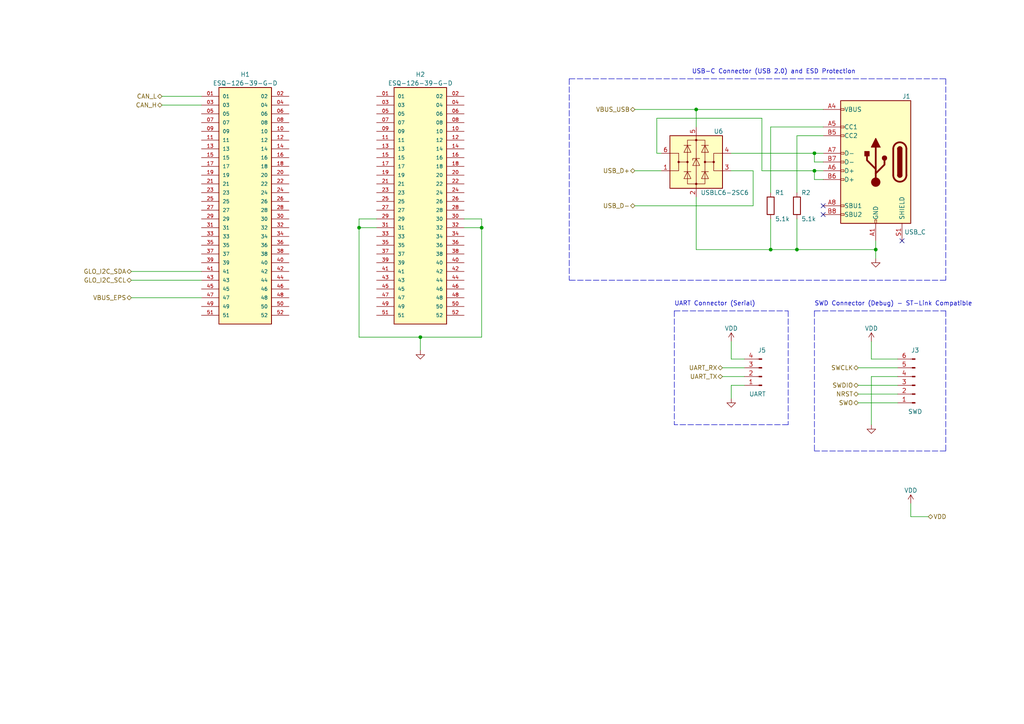
<source format=kicad_sch>
(kicad_sch (version 20230121) (generator eeschema)
  (paper "A4")
  (lib_symbols
    (symbol "Connector:Conn_01x04_Pin" (pin_names (offset 1.016) hide)
      (property "Reference" "J" (at 0 5.08 0))
      (property "Value" "Conn_01x04_Pin" (at 0 -7.62 0))
      (symbol "Conn_01x04_Pin_1_1"
        (polyline (pts (xy 1.27 -5.08) (xy 0.8636 -5.08)) (stroke (width 0.1524)))
        (polyline (pts (xy 1.27 -2.54) (xy 0.8636 -2.54)) (stroke (width 0.1524)))
        (polyline (pts (xy 1.27 0) (xy 0.8636 0)) (stroke (width 0.1524)))
        (polyline (pts (xy 1.27 2.54) (xy 0.8636 2.54)) (stroke (width 0.1524)))
        (rectangle (start 0.8636 -4.953) (end 0 -5.207) (stroke (width 0.1524)) (fill (type outline)))
        (rectangle (start 0.8636 -2.413) (end 0 -2.667) (stroke (width 0.1524)) (fill (type outline)))
        (rectangle (start 0.8636 0.127) (end 0 -0.127) (stroke (width 0.1524)) (fill (type outline)))
        (rectangle (start 0.8636 2.667) (end 0 2.413) (stroke (width 0.1524)) (fill (type outline)))
        (pin passive line (at 5.08 2.54 180) (length 3.81) (name "Pin_1") (number "1"))
        (pin passive line (at 5.08 0 180) (length 3.81) (name "Pin_2") (number "2"))
        (pin passive line (at 5.08 -2.54 180) (length 3.81) (name "Pin_3") (number "3"))
        (pin passive line (at 5.08 -5.08 180) (length 3.81) (name "Pin_4") (number "4"))
      )
    )
    (symbol "Connector:Conn_01x06_Pin" (pin_names (offset 1.016) hide)
      (property "Reference" "J" (at 0 7.62 0))
      (property "Value" "Conn_01x06_Pin" (at 0 -10.16 0))
      (symbol "Conn_01x06_Pin_1_1"
        (polyline (pts (xy 1.27 -7.62) (xy 0.8636 -7.62)) (stroke (width 0.1524)))
        (polyline (pts (xy 1.27 -5.08) (xy 0.8636 -5.08)) (stroke (width 0.1524)))
        (polyline (pts (xy 1.27 -2.54) (xy 0.8636 -2.54)) (stroke (width 0.1524)))
        (polyline (pts (xy 1.27 0) (xy 0.8636 0)) (stroke (width 0.1524)))
        (polyline (pts (xy 1.27 2.54) (xy 0.8636 2.54)) (stroke (width 0.1524)))
        (polyline (pts (xy 1.27 5.08) (xy 0.8636 5.08)) (stroke (width 0.1524)))
        (rectangle (start 0.8636 -7.493) (end 0 -7.747) (stroke (width 0.1524)) (fill (type outline)))
        (rectangle (start 0.8636 -4.953) (end 0 -5.207) (stroke (width 0.1524)) (fill (type outline)))
        (rectangle (start 0.8636 -2.413) (end 0 -2.667) (stroke (width 0.1524)) (fill (type outline)))
        (rectangle (start 0.8636 0.127) (end 0 -0.127) (stroke (width 0.1524)) (fill (type outline)))
        (rectangle (start 0.8636 2.667) (end 0 2.413) (stroke (width 0.1524)) (fill (type outline)))
        (rectangle (start 0.8636 5.207) (end 0 4.953) (stroke (width 0.1524)) (fill (type outline)))
        (pin passive line (at 5.08 5.08 180) (length 3.81) (name "Pin_1") (number "1"))
        (pin passive line (at 5.08 2.54 180) (length 3.81) (name "Pin_2") (number "2"))
        (pin passive line (at 5.08 0 180) (length 3.81) (name "Pin_3") (number "3"))
        (pin passive line (at 5.08 -2.54 180) (length 3.81) (name "Pin_4") (number "4"))
        (pin passive line (at 5.08 -5.08 180) (length 3.81) (name "Pin_5") (number "5"))
        (pin passive line (at 5.08 -7.62 180) (length 3.81) (name "Pin_6") (number "6"))
      )
    )
    (symbol "Connector:USB_C_Receptacle_USB2.0" (pin_names (offset 1.016))
      (property "Reference" "J" (at -10.16 19.05 0))
      (property "Value" "USB_C_Receptacle_USB2.0" (at 19.05 19.05 0))
      (symbol "USB_C_Receptacle_USB2.0_0_0"
        (rectangle (start -0.254 -17.78) (end 0.254 -16.764))
        (rectangle (start 10.16 -14.986) (end 9.144 -15.494))
        (rectangle (start 10.16 -12.446) (end 9.144 -12.954))
        (rectangle (start 10.16 -4.826) (end 9.144 -5.334))
        (rectangle (start 10.16 -2.286) (end 9.144 -2.794))
        (rectangle (start 10.16 0.254) (end 9.144 -0.254))
        (rectangle (start 10.16 2.794) (end 9.144 2.286))
        (rectangle (start 10.16 7.874) (end 9.144 7.366))
        (rectangle (start 10.16 10.414) (end 9.144 9.906))
        (rectangle (start 10.16 15.494) (end 9.144 14.986))
      )
      (symbol "USB_C_Receptacle_USB2.0_0_1"
        (rectangle (start -10.16 17.78) (end 10.16 -17.78) (stroke (width 0.254)) (fill (type background)))
        (arc (start -8.89 -3.81) (mid -6.985 -5.7067) (end -5.08 -3.81) (stroke (width 0.508)))
        (arc (start -7.62 -3.81) (mid -6.985 -4.4423) (end -6.35 -3.81) (stroke (width 0.254)))
        (arc (start -7.62 -3.81) (mid -6.985 -4.4423) (end -6.35 -3.81) (stroke (width 0.254)) (fill (type outline)))
        (rectangle (start -7.62 -3.81) (end -6.35 3.81) (stroke (width 0.254)) (fill (type outline)))
        (arc (start -6.35 3.81) (mid -6.985 4.4423) (end -7.62 3.81) (stroke (width 0.254)))
        (arc (start -6.35 3.81) (mid -6.985 4.4423) (end -7.62 3.81) (stroke (width 0.254)) (fill (type outline)))
        (arc (start -5.08 3.81) (mid -6.985 5.7067) (end -8.89 3.81) (stroke (width 0.508)))
        (circle (center -2.54 1.143) (radius 0.635) (stroke (width 0.254)) (fill (type outline)))
        (circle (center 0 -5.842) (radius 1.27) (fill (type outline)))
        (polyline (pts (xy -8.89 -3.81) (xy -8.89 3.81)) (stroke (width 0.508)))
        (polyline (pts (xy -5.08 3.81) (xy -5.08 -3.81)) (stroke (width 0.508)))
        (polyline (pts (xy 0 -5.842) (xy 0 4.318)) (stroke (width 0.508)))
        (polyline (pts (xy 0 -3.302) (xy -2.54 -0.762) (xy -2.54 0.508)) (stroke (width 0.508)))
        (polyline (pts (xy 0 -2.032) (xy 2.54 0.508) (xy 2.54 1.778)) (stroke (width 0.508)))
        (polyline (pts (xy -1.27 4.318) (xy 0 6.858) (xy 1.27 4.318) (xy -1.27 4.318)) (stroke (width 0.254)) (fill (type outline)))
        (rectangle (start 1.905 1.778) (end 3.175 3.048) (stroke (width 0.254)) (fill (type outline)))
      )
      (symbol "USB_C_Receptacle_USB2.0_1_1"
        (pin passive line (at 0 -22.86 90) (length 5.08) (name "GND") (number "A1"))
        (pin passive line (at 0 -22.86 90) (length 5.08) hide (name "GND") (number "A12"))
        (pin passive line (at 15.24 15.24 180) (length 5.08) (name "VBUS") (number "A4"))
        (pin bidirectional line (at 15.24 10.16 180) (length 5.08) (name "CC1") (number "A5"))
        (pin bidirectional line (at 15.24 -2.54 180) (length 5.08) (name "D+") (number "A6"))
        (pin bidirectional line (at 15.24 2.54 180) (length 5.08) (name "D-") (number "A7"))
        (pin bidirectional line (at 15.24 -12.7 180) (length 5.08) (name "SBU1") (number "A8"))
        (pin passive line (at 15.24 15.24 180) (length 5.08) hide (name "VBUS") (number "A9"))
        (pin passive line (at 0 -22.86 90) (length 5.08) hide (name "GND") (number "B1"))
        (pin passive line (at 0 -22.86 90) (length 5.08) hide (name "GND") (number "B12"))
        (pin passive line (at 15.24 15.24 180) (length 5.08) hide (name "VBUS") (number "B4"))
        (pin bidirectional line (at 15.24 7.62 180) (length 5.08) (name "CC2") (number "B5"))
        (pin bidirectional line (at 15.24 -5.08 180) (length 5.08) (name "D+") (number "B6"))
        (pin bidirectional line (at 15.24 0 180) (length 5.08) (name "D-") (number "B7"))
        (pin bidirectional line (at 15.24 -15.24 180) (length 5.08) (name "SBU2") (number "B8"))
        (pin passive line (at 15.24 15.24 180) (length 5.08) hide (name "VBUS") (number "B9"))
        (pin passive line (at -7.62 -22.86 90) (length 5.08) (name "SHIELD") (number "S1"))
      )
    )
    (symbol "Device:R" (pin_numbers hide) (pin_names (offset 0))
      (property "Reference" "R" (at 2.032 0 90))
      (property "Value" "R" (at 0 0 90))
      (symbol "R_0_1"
        (rectangle (start -1.016 -2.54) (end 1.016 2.54) (stroke (width 0.254)))
      )
      (symbol "R_1_1"
        (pin passive line (at 0 3.81 270) (length 1.27) (name "~") (number "1"))
        (pin passive line (at 0 -3.81 90) (length 1.27) (name "~") (number "2"))
      )
    )
    (symbol "ESQ-126-39-G-D:ESQ-126-39-G-D" (pin_names (offset 1.016))
      (property "Reference" "J" (at -8.12 35.56 0))
      (property "Value" "ESQ-126-39-G-D" (at -7.62 -35.56 0))
      (symbol "ESQ-126-39-G-D_0_0"
        (rectangle (start -7.62 -33.02) (end 7.62 35.56) (stroke (width 0.254)) (fill (type background)))
        (pin passive line (at -12.7 33.02 0) (length 5.08) (name "01") (number "01"))
        (pin passive line (at 12.7 33.02 180) (length 5.08) (name "02") (number "02"))
        (pin passive line (at -12.7 30.48 0) (length 5.08) (name "03") (number "03"))
        (pin passive line (at 12.7 30.48 180) (length 5.08) (name "04") (number "04"))
        (pin passive line (at -12.7 27.94 0) (length 5.08) (name "05") (number "05"))
        (pin passive line (at 12.7 27.94 180) (length 5.08) (name "06") (number "06"))
        (pin passive line (at -12.7 25.4 0) (length 5.08) (name "07") (number "07"))
        (pin passive line (at 12.7 25.4 180) (length 5.08) (name "08") (number "08"))
        (pin passive line (at -12.7 22.86 0) (length 5.08) (name "09") (number "09"))
        (pin passive line (at 12.7 22.86 180) (length 5.08) (name "10") (number "10"))
        (pin passive line (at -12.7 20.32 0) (length 5.08) (name "11") (number "11"))
        (pin passive line (at 12.7 20.32 180) (length 5.08) (name "12") (number "12"))
        (pin passive line (at -12.7 17.78 0) (length 5.08) (name "13") (number "13"))
        (pin passive line (at 12.7 17.78 180) (length 5.08) (name "14") (number "14"))
        (pin passive line (at -12.7 15.24 0) (length 5.08) (name "15") (number "15"))
        (pin passive line (at 12.7 15.24 180) (length 5.08) (name "16") (number "16"))
        (pin passive line (at -12.7 12.7 0) (length 5.08) (name "17") (number "17"))
        (pin passive line (at 12.7 12.7 180) (length 5.08) (name "18") (number "18"))
        (pin passive line (at -12.7 10.16 0) (length 5.08) (name "19") (number "19"))
        (pin passive line (at 12.7 10.16 180) (length 5.08) (name "20") (number "20"))
        (pin passive line (at -12.7 7.62 0) (length 5.08) (name "21") (number "21"))
        (pin passive line (at 12.7 7.62 180) (length 5.08) (name "22") (number "22"))
        (pin passive line (at -12.7 5.08 0) (length 5.08) (name "23") (number "23"))
        (pin passive line (at 12.7 5.08 180) (length 5.08) (name "24") (number "24"))
        (pin passive line (at -12.7 2.54 0) (length 5.08) (name "25") (number "25"))
        (pin passive line (at 12.7 2.54 180) (length 5.08) (name "26") (number "26"))
        (pin passive line (at -12.7 0 0) (length 5.08) (name "27") (number "27"))
        (pin passive line (at 12.7 0 180) (length 5.08) (name "28") (number "28"))
        (pin passive line (at -12.7 -2.54 0) (length 5.08) (name "29") (number "29"))
        (pin passive line (at 12.7 -2.54 180) (length 5.08) (name "30") (number "30"))
        (pin passive line (at -12.7 -5.08 0) (length 5.08) (name "31") (number "31"))
        (pin passive line (at 12.7 -5.08 180) (length 5.08) (name "32") (number "32"))
        (pin passive line (at -12.7 -7.62 0) (length 5.08) (name "33") (number "33"))
        (pin passive line (at 12.7 -7.62 180) (length 5.08) (name "34") (number "34"))
        (pin passive line (at -12.7 -10.16 0) (length 5.08) (name "35") (number "35"))
        (pin passive line (at 12.7 -10.16 180) (length 5.08) (name "36") (number "36"))
        (pin passive line (at -12.7 -12.7 0) (length 5.08) (name "37") (number "37"))
        (pin passive line (at 12.7 -12.7 180) (length 5.08) (name "38") (number "38"))
        (pin passive line (at -12.7 -15.24 0) (length 5.08) (name "39") (number "39"))
        (pin passive line (at 12.7 -15.24 180) (length 5.08) (name "40") (number "40"))
        (pin passive line (at -12.7 -17.78 0) (length 5.08) (name "41") (number "41"))
        (pin passive line (at 12.7 -17.78 180) (length 5.08) (name "42") (number "42"))
        (pin passive line (at -12.7 -20.32 0) (length 5.08) (name "43") (number "43"))
        (pin passive line (at 12.7 -20.32 180) (length 5.08) (name "44") (number "44"))
        (pin passive line (at -12.7 -22.86 0) (length 5.08) (name "45") (number "45"))
        (pin passive line (at 12.7 -22.86 180) (length 5.08) (name "46") (number "46"))
        (pin passive line (at -12.7 -25.4 0) (length 5.08) (name "47") (number "47"))
        (pin passive line (at 12.7 -25.4 180) (length 5.08) (name "48") (number "48"))
        (pin passive line (at -12.7 -27.94 0) (length 5.08) (name "49") (number "49"))
        (pin passive line (at 12.7 -27.94 180) (length 5.08) (name "50") (number "50"))
        (pin passive line (at -12.7 -30.48 0) (length 5.08) (name "51") (number "51"))
        (pin passive line (at 12.7 -30.48 180) (length 5.08) (name "52") (number "52"))
      )
    )
    (symbol "Power_Protection:USBLC6-2SC6" (pin_names hide)
      (property "Reference" "U" (at 2.54 8.89 0))
      (property "Value" "USBLC6-2SC6" (at 2.54 -8.89 0))
      (symbol "USBLC6-2SC6_0_1"
        (rectangle (start -7.62 -7.62) (end 7.62 7.62) (stroke (width 0.254)) (fill (type background)))
        (circle (center -5.08 0) (radius 0.254) (fill (type outline)))
        (circle (center -2.54 0) (radius 0.254) (fill (type outline)))
        (rectangle (start -2.54 6.35) (end 2.54 -6.35))
        (circle (center 0 -6.35) (radius 0.254) (fill (type outline)))
        (polyline (pts (xy -5.08 -2.54) (xy -7.62 -2.54)))
        (polyline (pts (xy -5.08 0) (xy -5.08 -2.54)))
        (polyline (pts (xy -5.08 2.54) (xy -7.62 2.54)))
        (polyline (pts (xy -1.524 -2.794) (xy -3.556 -2.794)))
        (polyline (pts (xy -1.524 4.826) (xy -3.556 4.826)))
        (polyline (pts (xy 0 -7.62) (xy 0 -6.35)))
        (polyline (pts (xy 0 -6.35) (xy 0 1.27)))
        (polyline (pts (xy 0 1.27) (xy 0 6.35)))
        (polyline (pts (xy 0 6.35) (xy 0 7.62)))
        (polyline (pts (xy 1.524 -2.794) (xy 3.556 -2.794)))
        (polyline (pts (xy 1.524 4.826) (xy 3.556 4.826)))
        (polyline (pts (xy 5.08 -2.54) (xy 7.62 -2.54)))
        (polyline (pts (xy 5.08 0) (xy 5.08 -2.54)))
        (polyline (pts (xy 5.08 2.54) (xy 7.62 2.54)))
        (polyline (pts (xy -2.54 0) (xy -5.08 0) (xy -5.08 2.54)))
        (polyline (pts (xy 2.54 0) (xy 5.08 0) (xy 5.08 2.54)))
        (polyline (pts (xy -3.556 -4.826) (xy -1.524 -4.826) (xy -2.54 -2.794) (xy -3.556 -4.826)))
        (polyline (pts (xy -3.556 2.794) (xy -1.524 2.794) (xy -2.54 4.826) (xy -3.556 2.794)))
        (polyline (pts (xy -1.016 -1.016) (xy 1.016 -1.016) (xy 0 1.016) (xy -1.016 -1.016)))
        (polyline (pts (xy 1.016 1.016) (xy 0.762 1.016) (xy -1.016 1.016) (xy -1.016 0.508)))
        (polyline (pts (xy 3.556 -4.826) (xy 1.524 -4.826) (xy 2.54 -2.794) (xy 3.556 -4.826)))
        (polyline (pts (xy 3.556 2.794) (xy 1.524 2.794) (xy 2.54 4.826) (xy 3.556 2.794)))
        (circle (center 0 6.35) (radius 0.254) (fill (type outline)))
        (circle (center 2.54 0) (radius 0.254) (fill (type outline)))
        (circle (center 5.08 0) (radius 0.254) (fill (type outline)))
      )
      (symbol "USBLC6-2SC6_1_1"
        (pin passive line (at -10.16 -2.54 0) (length 2.54) (name "I/O1") (number "1"))
        (pin passive line (at 0 -10.16 90) (length 2.54) (name "GND") (number "2"))
        (pin passive line (at 10.16 -2.54 180) (length 2.54) (name "I/O2") (number "3"))
        (pin passive line (at 10.16 2.54 180) (length 2.54) (name "I/O2") (number "4"))
        (pin passive line (at 0 10.16 270) (length 2.54) (name "VBUS") (number "5"))
        (pin passive line (at -10.16 2.54 0) (length 2.54) (name "I/O1") (number "6"))
      )
    )
    (symbol "power:GND" (power) (pin_names (offset 0))
      (property "Value" "GND" (at 0 -3.81 0))
      (symbol "GND_0_1"
        (polyline (pts (xy 0 0) (xy 0 -1.27) (xy 1.27 -1.27) (xy 0 -2.54) (xy -1.27 -1.27) (xy 0 -1.27)))
      )
      (symbol "GND_1_1"
        (pin power_in line (at 0 0 270) (length 0) hide (name "GND") (number "1"))
      )
    )
    (symbol "power:VDD" (power) (pin_names (offset 0))
      (property "Value" "VDD" (at 0 3.81 0))
      (symbol "VDD_0_1"
        (polyline (pts (xy -0.762 1.27) (xy 0 2.54)))
        (polyline (pts (xy 0 0) (xy 0 2.54)))
        (polyline (pts (xy 0 2.54) (xy 0.762 1.27)))
      )
      (symbol "VDD_1_1"
        (pin power_in line (at 0 0 90) (length 0) hide (name "VDD") (number "1"))
      )
    )
  )
  (junction (at 121.92 97.79))
  (junction (at 201.93 31.75))
  (junction (at 231.14 72.39))
  (junction (at 139.7 66.04))
  (junction (at 236.22 44.45))
  (junction (at 236.22 49.53))
  (junction (at 223.52 72.39))
  (junction (at 104.14 66.04))
  (junction (at 254 72.39))
  (no_connect (at 261.62 69.85))
  (no_connect (at 238.76 62.23))
  (no_connect (at 238.76 59.69))
  (wire (pts (xy 215.9 104.14) (xy 212.09 104.14)))
  (wire (pts (xy 184.15 31.75) (xy 201.93 31.75)))
  (wire (pts (xy 139.7 63.5) (xy 139.7 66.04)))
  (wire (pts (xy 58.42 86.36) (xy 38.1 86.36)))
  (wire (pts (xy 46.99 27.94) (xy 58.42 27.94)))
  (wire (pts (xy 212.09 111.76) (xy 212.09 115.57)))
  (wire (pts (xy 236.22 44.45) (xy 236.22 46.99)))
  (wire (pts (xy 248.92 114.3) (xy 260.35 114.3)))
  (wire (pts (xy 238.76 36.83) (xy 223.52 36.83)))
  (wire (pts (xy 218.44 49.53) (xy 218.44 59.69)))
  (wire (pts (xy 209.55 106.68) (xy 215.9 106.68)))
  (wire (pts (xy 212.09 49.53) (xy 218.44 49.53)))
  (wire (pts (xy 238.76 39.37) (xy 231.14 39.37)))
  (wire (pts (xy 254 69.85) (xy 254 72.39)))
  (wire (pts (xy 212.09 99.06) (xy 212.09 104.14)))
  (polyline (pts (xy 228.6 90.17) (xy 228.6 123.19)) (stroke (width 0) (type dash)))
  (polyline (pts (xy 274.32 22.86) (xy 274.32 81.28)) (stroke (width 0) (type dash)))
  (wire (pts (xy 269.24 149.86) (xy 264.16 149.86)))
  (wire (pts (xy 220.98 34.29) (xy 190.5 34.29)))
  (wire (pts (xy 223.52 72.39) (xy 201.93 72.39)))
  (wire (pts (xy 121.92 97.79) (xy 121.92 101.6)))
  (wire (pts (xy 134.62 66.04) (xy 139.7 66.04)))
  (wire (pts (xy 236.22 49.53) (xy 236.22 52.07)))
  (wire (pts (xy 104.14 66.04) (xy 109.22 66.04)))
  (wire (pts (xy 231.14 39.37) (xy 231.14 55.88)))
  (polyline (pts (xy 195.58 90.17) (xy 195.58 123.19)) (stroke (width 0) (type dash)))
  (wire (pts (xy 209.55 109.22) (xy 215.9 109.22)))
  (wire (pts (xy 134.62 63.5) (xy 139.7 63.5)))
  (wire (pts (xy 215.9 111.76) (xy 212.09 111.76)))
  (wire (pts (xy 184.15 59.69) (xy 218.44 59.69)))
  (wire (pts (xy 248.92 106.68) (xy 260.35 106.68)))
  (wire (pts (xy 104.14 63.5) (xy 104.14 66.04)))
  (wire (pts (xy 201.93 31.75) (xy 238.76 31.75)))
  (polyline (pts (xy 274.32 90.17) (xy 274.32 130.81)) (stroke (width 0) (type dash)))
  (wire (pts (xy 223.52 63.5) (xy 223.52 72.39)))
  (wire (pts (xy 104.14 66.04) (xy 104.14 97.79)))
  (polyline (pts (xy 165.1 22.86) (xy 274.32 22.86)) (stroke (width 0) (type dash)))
  (wire (pts (xy 212.09 44.45) (xy 236.22 44.45)))
  (wire (pts (xy 236.22 44.45) (xy 238.76 44.45)))
  (wire (pts (xy 58.42 81.28) (xy 38.1 81.28)))
  (wire (pts (xy 248.92 111.76) (xy 260.35 111.76)))
  (polyline (pts (xy 228.6 123.19) (xy 195.58 123.19)) (stroke (width 0) (type dash)))
  (polyline (pts (xy 274.32 81.28) (xy 165.1 81.28)) (stroke (width 0) (type dash)))
  (wire (pts (xy 231.14 63.5) (xy 231.14 72.39)))
  (polyline (pts (xy 195.58 90.17) (xy 228.6 90.17)) (stroke (width 0) (type dash)))
  (wire (pts (xy 264.16 149.86) (xy 264.16 146.05)))
  (wire (pts (xy 236.22 52.07) (xy 238.76 52.07)))
  (wire (pts (xy 254 72.39) (xy 254 74.93)))
  (wire (pts (xy 220.98 49.53) (xy 220.98 34.29)))
  (wire (pts (xy 260.35 109.22) (xy 252.73 109.22)))
  (wire (pts (xy 223.52 72.39) (xy 231.14 72.39)))
  (wire (pts (xy 252.73 104.14) (xy 260.35 104.14)))
  (wire (pts (xy 252.73 109.22) (xy 252.73 123.19)))
  (polyline (pts (xy 236.22 90.17) (xy 236.22 130.81)) (stroke (width 0) (type dash)))
  (wire (pts (xy 109.22 63.5) (xy 104.14 63.5)))
  (wire (pts (xy 104.14 97.79) (xy 121.92 97.79)))
  (wire (pts (xy 184.15 49.53) (xy 191.77 49.53)))
  (polyline (pts (xy 274.32 130.81) (xy 236.22 130.81)) (stroke (width 0) (type dash)))
  (wire (pts (xy 238.76 46.99) (xy 236.22 46.99)))
  (wire (pts (xy 139.7 66.04) (xy 139.7 97.79)))
  (wire (pts (xy 201.93 31.75) (xy 201.93 36.83)))
  (wire (pts (xy 236.22 49.53) (xy 238.76 49.53)))
  (wire (pts (xy 46.99 30.48) (xy 58.42 30.48)))
  (wire (pts (xy 38.1 78.74) (xy 58.42 78.74)))
  (polyline (pts (xy 165.1 22.86) (xy 165.1 81.28)) (stroke (width 0) (type dash)))
  (wire (pts (xy 190.5 44.45) (xy 191.77 44.45)))
  (wire (pts (xy 223.52 36.83) (xy 223.52 55.88)))
  (wire (pts (xy 252.73 99.06) (xy 252.73 104.14)))
  (wire (pts (xy 190.5 34.29) (xy 190.5 44.45)))
  (wire (pts (xy 248.92 116.84) (xy 260.35 116.84)))
  (polyline (pts (xy 236.22 90.17) (xy 274.32 90.17)) (stroke (width 0) (type dash)))
  (wire (pts (xy 201.93 72.39) (xy 201.93 57.15)))
  (wire (pts (xy 236.22 49.53) (xy 220.98 49.53)))
  (wire (pts (xy 139.7 97.79) (xy 121.92 97.79)))
  (wire (pts (xy 231.14 72.39) (xy 254 72.39)))
  (text "SWD Connector (Debug) - ST-Link Compatible" (at 236.22 88.9 0) (effects (font (size 1.27 1.27)) (justify left bottom)))
  (text "UART Connector (Serial)" (at 195.58 88.9 0) (effects (font (size 1.27 1.27)) (justify left bottom)))
  (text "USB-C Connector (USB 2.0) and ESD Protection" (at 200.66 21.59 0) (effects (font (size 1.27 1.27)) (justify left bottom)))
  (hierarchical_label "NRST" (shape bidirectional) (at 248.92 114.3 180))
  (hierarchical_label "USB_D+" (shape bidirectional) (at 184.15 49.53 180))
  (hierarchical_label "GLO_I2C_SCL" (shape bidirectional) (at 38.1 81.28 180))
  (hierarchical_label "SWDIO" (shape bidirectional) (at 248.92 111.76 180))
  (hierarchical_label "GLO_I2C_SDA" (shape bidirectional) (at 38.1 78.74 180))
  (hierarchical_label "USB_D-" (shape bidirectional) (at 184.15 59.69 180))
  (hierarchical_label "UART_TX" (shape bidirectional) (at 209.55 109.22 180))
  (hierarchical_label "VDD" (shape bidirectional) (at 269.24 149.86 0))
  (hierarchical_label "SWO" (shape bidirectional) (at 248.92 116.84 180))
  (hierarchical_label "UART_RX" (shape bidirectional) (at 209.55 106.68 180))
  (hierarchical_label "VBUS_EPS" (shape bidirectional) (at 38.1 86.36 180))
  (hierarchical_label "CAN_L" (shape bidirectional) (at 46.99 27.94 180))
  (hierarchical_label "SWCLK" (shape bidirectional) (at 248.92 106.68 180))
  (hierarchical_label "VBUS_USB" (shape bidirectional) (at 184.15 31.75 180))
  (hierarchical_label "CAN_H" (shape bidirectional) (at 46.99 30.48 180))
  (symbol (lib_id "power:GND") (at 121.92 101.6 0) (unit 1)
    (property "Reference" "#PWR025" (effects hide))
    (property "Value" "GND" (effects hide))
    (instances (project "OBC" (path "" (reference "#PWR025") (unit 1)) (path "" (reference "#PWR018") (unit 1))))
  )
  (symbol (lib_id "Device:R") (at 231.14 59.69 0) (unit 1)
    (property "Reference" "R2" (at 232.41 55.88 0) (effects (justify left)))
    (property "Value" "5.1k" (at 232.41 63.5 0) (effects (justify left)))
    (property "Footprint" "Resistor_SMD:R_0402_1005Metric" (effects hide))
    (instances (project "OBC" (path "" (reference "R2") (unit 1)) (path "" (reference "R5") (unit 1))))
  )
  (symbol (lib_id "ESQ-126-39-G-D:ESQ-126-39-G-D") (at 71.12 60.96 0) (unit 1)
    (property "Reference" "H1" (at 71.12 21.59 0))
    (property "Value" "ESQ-126-39-G-D" (at 71.12 24.13 0))
    (property "Footprint" "ESQ-126-39-G-D:SAMTEC_ESQ-126-39-G-D" (effects hide))
    (property "STANDARD" "Manufacturer Recommendations" (effects hide))
    (property "PARTREV" "R" (effects hide))
    (property "MANUFACTURER" "Samtec" (effects hide))
  )
  (symbol (lib_id "power:VDD") (at 264.16 146.05 0) (unit 1)
    (property "Reference" "#PWR011" (effects hide))
    (property "Value" "VDD" (at 264.16 142.24 0))
    (instances (project "OBC" (path "" (reference "#PWR011") (unit 1)) (path "" (reference "#PWR010") (unit 1)) (path "" (reference "#PWR028") (unit 1))))
  )
  (symbol (lib_id "power:GND") (at 212.09 115.57 0) (unit 1)
    (property "Reference" "#PWR025" (effects hide))
    (property "Value" "GND" (effects hide))
    (instances (project "OBC" (path "" (reference "#PWR025") (unit 1)) (path "" (reference "#PWR027") (unit 1))))
  )
  (symbol (lib_id "power:GND") (at 252.73 123.19 0) (unit 1)
    (property "Reference" "#PWR025" (effects hide))
    (property "Value" "GND" (effects hide))
    (instances (project "OBC" (path "" (reference "#PWR025") (unit 1)) (path "" (reference "#PWR014") (unit 1))))
  )
  (symbol (lib_id "Power_Protection:USBLC6-2SC6") (at 201.93 46.99 0) (unit 1)
    (property "Reference" "U6" (at 207.01 38.1 0) (effects (justify left)))
    (property "Value" "USBLC6-2SC6" (at 203.2 55.88 0) (effects (justify left)))
    (property "Footprint" "Package_TO_SOT_SMD:SOT-23-6" (effects hide))
    (property "Datasheet" "https://www.st.com/resource/en/datasheet/usblc6-2.pdf" (effects hide))
  )
  (symbol (lib_id "Connector:USB_C_Receptacle_USB2.0") (at 254 46.99 0) (mirror y) (unit 1)
    (property "Reference" "J1" (at 262.89 27.94 0))
    (property "Value" "USB_C" (at 265.43 67.31 0))
    (property "Footprint" "Connector_USB:USB_C_Receptacle_GCT_USB4105-xx-A_16P_TopMnt_Horizontal" (effects hide))
    (property "Datasheet" "https://www.usb.org/sites/default/files/documents/usb_type-c.zip" (effects hide))
    (instances (project "OBC" (path "" (reference "J1") (unit 1)) (path "" (reference "J2") (unit 1))))
  )
  (symbol (lib_id "Connector:Conn_01x06_Pin") (at 265.43 111.76 180) (unit 1)
    (property "Reference" "J3" (at 265.43 101.6 0))
    (property "Value" "SWD" (at 265.43 119.38 0))
    (property "Footprint" "Connector_PinHeader_2.54mm:PinHeader_1x06_P2.54mm_Horizontal" (effects hide))
    (instances (project "OBC" (path "" (reference "J3") (unit 1)) (path "" (reference "J1") (unit 1))))
  )
  (symbol (lib_id "power:VDD") (at 252.73 99.06 0) (unit 1)
    (property "Reference" "#PWR011" (effects hide))
    (property "Value" "VDD" (at 252.73 95.25 0))
    (instances (project "OBC" (path "" (reference "#PWR011") (unit 1)) (path "" (reference "#PWR010") (unit 1)) (path "" (reference "#PWR029") (unit 1))))
  )
  (symbol (lib_id "Device:R") (at 223.52 59.69 0) (unit 1)
    (property "Reference" "R1" (at 224.79 55.88 0) (effects (justify left)))
    (property "Value" "5.1k" (at 224.79 63.5 0) (effects (justify left)))
    (property "Footprint" "Resistor_SMD:R_0402_1005Metric" (effects hide))
    (instances (project "OBC" (path "" (reference "R1") (unit 1)) (path "" (reference "R4") (unit 1))))
  )
  (symbol (lib_id "ESQ-126-39-G-D:ESQ-126-39-G-D") (at 121.92 60.96 0) (unit 1)
    (property "Reference" "H2" (at 121.92 21.59 0))
    (property "Value" "ESQ-126-39-G-D" (at 121.92 24.13 0))
    (property "Footprint" "ESQ-126-39-G-D:SAMTEC_ESQ-126-39-G-D" (effects hide))
    (property "STANDARD" "Manufacturer Recommendations" (effects hide))
    (property "PARTREV" "R" (effects hide))
    (property "MANUFACTURER" "Samtec" (effects hide))
  )
  (symbol (lib_id "power:GND") (at 254 74.93 0) (unit 1)
    (property "Reference" "#PWR025" (effects hide))
    (property "Value" "GND" (effects hide))
    (instances (project "OBC" (path "" (reference "#PWR025") (unit 1)) (path "" (reference "#PWR024") (unit 1))))
  )
  (symbol (lib_id "Connector:Conn_01x04_Pin") (at 220.98 109.22 180) (unit 1)
    (property "Reference" "J5" (at 220.98 101.6 0))
    (property "Value" "UART" (at 219.71 114.3 0))
    (property "Footprint" "Connector_PinHeader_2.54mm:PinHeader_1x04_P2.54mm_Horizontal" (effects hide))
  )
  (symbol (lib_id "power:VDD") (at 212.09 99.06 0) (unit 1)
    (property "Reference" "#PWR011" (effects hide))
    (property "Value" "VDD" (at 212.09 95.25 0))
    (instances (project "OBC" (path "" (reference "#PWR011") (unit 1)) (path "" (reference "#PWR010") (unit 1)) (path "" (reference "#PWR030") (unit 1))))
  )
)
</source>
